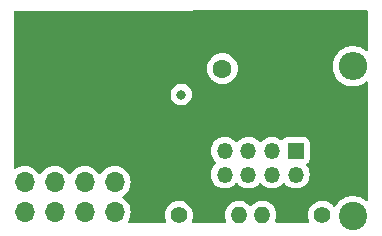
<source format=gbr>
%TF.GenerationSoftware,KiCad,Pcbnew,7.0.7*%
%TF.CreationDate,2023-10-14T22:56:05-05:00*%
%TF.ProjectId,USB-CV1,5553422d-4356-4312-9e6b-696361645f70,rev?*%
%TF.SameCoordinates,Original*%
%TF.FileFunction,Copper,L3,Inr*%
%TF.FilePolarity,Positive*%
%FSLAX46Y46*%
G04 Gerber Fmt 4.6, Leading zero omitted, Abs format (unit mm)*
G04 Created by KiCad (PCBNEW 7.0.7) date 2023-10-14 22:56:05*
%MOMM*%
%LPD*%
G01*
G04 APERTURE LIST*
%TA.AperFunction,ComponentPad*%
%ADD10R,1.700000X1.700000*%
%TD*%
%TA.AperFunction,ComponentPad*%
%ADD11O,1.700000X1.700000*%
%TD*%
%TA.AperFunction,ComponentPad*%
%ADD12C,1.400000*%
%TD*%
%TA.AperFunction,ComponentPad*%
%ADD13O,1.400000X1.400000*%
%TD*%
%TA.AperFunction,ComponentPad*%
%ADD14R,1.350000X1.350000*%
%TD*%
%TA.AperFunction,ComponentPad*%
%ADD15O,1.350000X1.350000*%
%TD*%
%TA.AperFunction,ComponentPad*%
%ADD16R,1.600000X1.600000*%
%TD*%
%TA.AperFunction,ComponentPad*%
%ADD17C,1.600000*%
%TD*%
%TA.AperFunction,ComponentPad*%
%ADD18C,2.400000*%
%TD*%
%TA.AperFunction,ComponentPad*%
%ADD19O,2.400000X2.400000*%
%TD*%
%TA.AperFunction,ViaPad*%
%ADD20C,0.800000*%
%TD*%
G04 APERTURE END LIST*
D10*
%TO.N,/VBUS*%
%TO.C,J2*%
X122070000Y-85510000D03*
D11*
X122070000Y-88050000D03*
%TO.N,/D2- OUT*%
X119530000Y-85510000D03*
%TO.N,/D3- OUT*%
X119530000Y-88050000D03*
%TO.N,/D2+ OUT*%
X116990000Y-85510000D03*
%TO.N,/D3+ OUT*%
X116990000Y-88050000D03*
%TO.N,GND*%
X114450000Y-85510000D03*
X114450000Y-88050000D03*
%TO.N,unconnected-(J2-Pin_9-Pad9)*%
X111910000Y-85510000D03*
%TO.N,unconnected-(J2-Pin_10-Pad10)*%
X111910000Y-88050000D03*
%TD*%
D12*
%TO.N,/OC3*%
%TO.C,R2*%
X124960000Y-88320000D03*
D13*
%TO.N,+5V*%
X130040000Y-88320000D03*
%TD*%
D14*
%TO.N,+5V*%
%TO.C,J1*%
X134850000Y-82880000D03*
D15*
%TO.N,GND*%
X134850000Y-84880000D03*
%TO.N,/D2- IN*%
X132850000Y-82880000D03*
%TO.N,/D2+ IN*%
X132850000Y-84880000D03*
%TO.N,/D3- IN*%
X130850000Y-82880000D03*
%TO.N,/D3+ IN*%
X130850000Y-84880000D03*
%TO.N,/OC2*%
X128850000Y-82880000D03*
%TO.N,/OC3*%
X128850000Y-84880000D03*
%TD*%
D16*
%TO.N,/VBUS*%
%TO.C,C1*%
X133642651Y-75920000D03*
D17*
%TO.N,GND*%
X128642651Y-75920000D03*
%TD*%
D12*
%TO.N,+5V*%
%TO.C,R1*%
X137090000Y-88300000D03*
D13*
%TO.N,/OC2*%
X132010000Y-88300000D03*
%TD*%
D18*
%TO.N,+5V*%
%TO.C,FB1*%
X139690000Y-88410000D03*
D19*
%TO.N,Net-(F1-Pad2)*%
X139690000Y-75710000D03*
%TD*%
D20*
%TO.N,GND*%
X125160000Y-78110000D03*
%TD*%
%TA.AperFunction,Conductor*%
%TO.N,/VBUS*%
G36*
X140952796Y-71009742D02*
G01*
X140998604Y-71062500D01*
X141009861Y-71114262D01*
X141006282Y-74327506D01*
X140986523Y-74394524D01*
X140933668Y-74440220D01*
X140864498Y-74450086D01*
X140800975Y-74420990D01*
X140797982Y-74418304D01*
X140753217Y-74376768D01*
X140542634Y-74233195D01*
X140542630Y-74233193D01*
X140542627Y-74233191D01*
X140542626Y-74233190D01*
X140313006Y-74122612D01*
X140313008Y-74122612D01*
X140069466Y-74047489D01*
X140069462Y-74047488D01*
X140069458Y-74047487D01*
X139948231Y-74029214D01*
X139817440Y-74009500D01*
X139817435Y-74009500D01*
X139562565Y-74009500D01*
X139562559Y-74009500D01*
X139405609Y-74033157D01*
X139310542Y-74047487D01*
X139310538Y-74047488D01*
X139310539Y-74047488D01*
X139310533Y-74047489D01*
X139066992Y-74122612D01*
X138837373Y-74233190D01*
X138837372Y-74233191D01*
X138626782Y-74376768D01*
X138439952Y-74550121D01*
X138439950Y-74550123D01*
X138281041Y-74749388D01*
X138153608Y-74970109D01*
X138060492Y-75207362D01*
X138060490Y-75207369D01*
X138003777Y-75455845D01*
X137984732Y-75709995D01*
X137984732Y-75710004D01*
X138003777Y-75964154D01*
X138045441Y-76146697D01*
X138060492Y-76212637D01*
X138153607Y-76449888D01*
X138281041Y-76670612D01*
X138439950Y-76869877D01*
X138626783Y-77043232D01*
X138837366Y-77186805D01*
X138837371Y-77186807D01*
X138837372Y-77186808D01*
X138837373Y-77186809D01*
X138959328Y-77245538D01*
X139066992Y-77297387D01*
X139066993Y-77297387D01*
X139066996Y-77297389D01*
X139310542Y-77372513D01*
X139562565Y-77410500D01*
X139817435Y-77410500D01*
X140069458Y-77372513D01*
X140313004Y-77297389D01*
X140542634Y-77186805D01*
X140753217Y-77043232D01*
X140794860Y-77004592D01*
X140857388Y-76973425D01*
X140926845Y-76981011D01*
X140981174Y-77024944D01*
X141003127Y-77091275D01*
X141003199Y-77095630D01*
X140992154Y-87014396D01*
X140972395Y-87081414D01*
X140919540Y-87127110D01*
X140850370Y-87136976D01*
X140786847Y-87107880D01*
X140783813Y-87105157D01*
X140777716Y-87099500D01*
X140753217Y-87076768D01*
X140542634Y-86933195D01*
X140542630Y-86933193D01*
X140542627Y-86933191D01*
X140542626Y-86933190D01*
X140313006Y-86822612D01*
X140313008Y-86822612D01*
X140069466Y-86747489D01*
X140069462Y-86747488D01*
X140069458Y-86747487D01*
X139948231Y-86729214D01*
X139817440Y-86709500D01*
X139817435Y-86709500D01*
X139562565Y-86709500D01*
X139562559Y-86709500D01*
X139406642Y-86733002D01*
X139310542Y-86747487D01*
X139310538Y-86747488D01*
X139310539Y-86747488D01*
X139310533Y-86747489D01*
X139066992Y-86822612D01*
X138837373Y-86933190D01*
X138837372Y-86933191D01*
X138626782Y-87076768D01*
X138439952Y-87250121D01*
X138439950Y-87250123D01*
X138281043Y-87449385D01*
X138232042Y-87534257D01*
X138181474Y-87582472D01*
X138112867Y-87595694D01*
X138048003Y-87569726D01*
X138025701Y-87546983D01*
X137980979Y-87487761D01*
X137816562Y-87337876D01*
X137816560Y-87337874D01*
X137627404Y-87220754D01*
X137627398Y-87220752D01*
X137419940Y-87140382D01*
X137201243Y-87099500D01*
X136978757Y-87099500D01*
X136760060Y-87140382D01*
X136661424Y-87178594D01*
X136552601Y-87220752D01*
X136552595Y-87220754D01*
X136363439Y-87337874D01*
X136363437Y-87337876D01*
X136199020Y-87487761D01*
X136064943Y-87665308D01*
X136064938Y-87665316D01*
X135965775Y-87864461D01*
X135965769Y-87864476D01*
X135904885Y-88078462D01*
X135904884Y-88078464D01*
X135884357Y-88299999D01*
X135884357Y-88300000D01*
X135904884Y-88521535D01*
X135904885Y-88521537D01*
X135965769Y-88735523D01*
X135965775Y-88735538D01*
X135985844Y-88775841D01*
X135998105Y-88844627D01*
X135971232Y-88909122D01*
X135913756Y-88948849D01*
X135874968Y-88955113D01*
X133223960Y-88957762D01*
X133156901Y-88938144D01*
X133111093Y-88885386D01*
X133101081Y-88816238D01*
X133112837Y-88778489D01*
X133134222Y-88735542D01*
X133134224Y-88735538D01*
X133134229Y-88735528D01*
X133195115Y-88521536D01*
X133215643Y-88300000D01*
X133195115Y-88078464D01*
X133134229Y-87864472D01*
X133109389Y-87814586D01*
X133035061Y-87665316D01*
X133035056Y-87665308D01*
X132900979Y-87487761D01*
X132736562Y-87337876D01*
X132736560Y-87337874D01*
X132547404Y-87220754D01*
X132547398Y-87220752D01*
X132339940Y-87140382D01*
X132121243Y-87099500D01*
X131898757Y-87099500D01*
X131680060Y-87140382D01*
X131581424Y-87178594D01*
X131472601Y-87220752D01*
X131472595Y-87220754D01*
X131283439Y-87337874D01*
X131283437Y-87337876D01*
X131119019Y-87487762D01*
X131119018Y-87487764D01*
X131115369Y-87492596D01*
X131059257Y-87534227D01*
X130989544Y-87538913D01*
X130932883Y-87509498D01*
X130914342Y-87492596D01*
X130766562Y-87357876D01*
X130766560Y-87357874D01*
X130577404Y-87240754D01*
X130577398Y-87240752D01*
X130369940Y-87160382D01*
X130151243Y-87119500D01*
X129928757Y-87119500D01*
X129710060Y-87160382D01*
X129663042Y-87178597D01*
X129502601Y-87240752D01*
X129502595Y-87240754D01*
X129313439Y-87357874D01*
X129313437Y-87357876D01*
X129149020Y-87507761D01*
X129014943Y-87685308D01*
X129014938Y-87685316D01*
X128915775Y-87884461D01*
X128915769Y-87884476D01*
X128854885Y-88098462D01*
X128854884Y-88098464D01*
X128834357Y-88319999D01*
X128834357Y-88320000D01*
X128854884Y-88541535D01*
X128854885Y-88541537D01*
X128915769Y-88755523D01*
X128915777Y-88755543D01*
X128929397Y-88782895D01*
X128941658Y-88851680D01*
X128914785Y-88916175D01*
X128857309Y-88955902D01*
X128818521Y-88962166D01*
X126180413Y-88964803D01*
X126113354Y-88945185D01*
X126067546Y-88892427D01*
X126057534Y-88823279D01*
X126069290Y-88785529D01*
X126070602Y-88782895D01*
X126084229Y-88755528D01*
X126145115Y-88541536D01*
X126165643Y-88320000D01*
X126145115Y-88098464D01*
X126084229Y-87884472D01*
X126084224Y-87884461D01*
X125985061Y-87685316D01*
X125985056Y-87685308D01*
X125850979Y-87507761D01*
X125686562Y-87357876D01*
X125686560Y-87357874D01*
X125497404Y-87240754D01*
X125497398Y-87240752D01*
X125289940Y-87160382D01*
X125071243Y-87119500D01*
X124848757Y-87119500D01*
X124630060Y-87160382D01*
X124583042Y-87178597D01*
X124422601Y-87240752D01*
X124422595Y-87240754D01*
X124233439Y-87357874D01*
X124233437Y-87357876D01*
X124069020Y-87507761D01*
X123934943Y-87685308D01*
X123934938Y-87685316D01*
X123835775Y-87884461D01*
X123835769Y-87884476D01*
X123774885Y-88098462D01*
X123774884Y-88098464D01*
X123754357Y-88319999D01*
X123754357Y-88320000D01*
X123774884Y-88541535D01*
X123774885Y-88541537D01*
X123835769Y-88755523D01*
X123835777Y-88755543D01*
X123851925Y-88787972D01*
X123864186Y-88856757D01*
X123837313Y-88921252D01*
X123779837Y-88960979D01*
X123741049Y-88967243D01*
X120772644Y-88970209D01*
X120705585Y-88950591D01*
X120659777Y-88897833D01*
X120649765Y-88828685D01*
X120670944Y-88775088D01*
X120704035Y-88727830D01*
X120803903Y-88513663D01*
X120865063Y-88285408D01*
X120885659Y-88050000D01*
X120865063Y-87814592D01*
X120803903Y-87586337D01*
X120704035Y-87372171D01*
X120698425Y-87364158D01*
X120568494Y-87178597D01*
X120401402Y-87011506D01*
X120401396Y-87011501D01*
X120215842Y-86881575D01*
X120172217Y-86826998D01*
X120165023Y-86757500D01*
X120196546Y-86695145D01*
X120215842Y-86678425D01*
X120238026Y-86662891D01*
X120401401Y-86548495D01*
X120568495Y-86381401D01*
X120704035Y-86187830D01*
X120803903Y-85973663D01*
X120865063Y-85745408D01*
X120885659Y-85510000D01*
X120865063Y-85274592D01*
X120803903Y-85046337D01*
X120726338Y-84880000D01*
X127669464Y-84880000D01*
X127689564Y-85096918D01*
X127689564Y-85096920D01*
X127689565Y-85096923D01*
X127749183Y-85306459D01*
X127846288Y-85501472D01*
X127977573Y-85675322D01*
X128138568Y-85822088D01*
X128138575Y-85822092D01*
X128138576Y-85822093D01*
X128323786Y-85936770D01*
X128323792Y-85936773D01*
X128346664Y-85945633D01*
X128526931Y-86015470D01*
X128741074Y-86055500D01*
X128741076Y-86055500D01*
X128958924Y-86055500D01*
X128958926Y-86055500D01*
X129173069Y-86015470D01*
X129376210Y-85936772D01*
X129561432Y-85822088D01*
X129722427Y-85675322D01*
X129751047Y-85637422D01*
X129807153Y-85595787D01*
X129876865Y-85591094D01*
X129938048Y-85624836D01*
X129948946Y-85637414D01*
X129977573Y-85675322D01*
X130138568Y-85822088D01*
X130138575Y-85822092D01*
X130138576Y-85822093D01*
X130323786Y-85936770D01*
X130323792Y-85936773D01*
X130346664Y-85945633D01*
X130526931Y-86015470D01*
X130741074Y-86055500D01*
X130741076Y-86055500D01*
X130958924Y-86055500D01*
X130958926Y-86055500D01*
X131173069Y-86015470D01*
X131376210Y-85936772D01*
X131561432Y-85822088D01*
X131722427Y-85675322D01*
X131751047Y-85637422D01*
X131807153Y-85595787D01*
X131876865Y-85591094D01*
X131938048Y-85624836D01*
X131948946Y-85637414D01*
X131977573Y-85675322D01*
X132138568Y-85822088D01*
X132138575Y-85822092D01*
X132138576Y-85822093D01*
X132323786Y-85936770D01*
X132323792Y-85936773D01*
X132346664Y-85945633D01*
X132526931Y-86015470D01*
X132741074Y-86055500D01*
X132741076Y-86055500D01*
X132958924Y-86055500D01*
X132958926Y-86055500D01*
X133173069Y-86015470D01*
X133376210Y-85936772D01*
X133561432Y-85822088D01*
X133722427Y-85675322D01*
X133751047Y-85637422D01*
X133807153Y-85595787D01*
X133876865Y-85591094D01*
X133938048Y-85624836D01*
X133948946Y-85637414D01*
X133977573Y-85675322D01*
X134138568Y-85822088D01*
X134138575Y-85822092D01*
X134138576Y-85822093D01*
X134323786Y-85936770D01*
X134323792Y-85936773D01*
X134346664Y-85945633D01*
X134526931Y-86015470D01*
X134741074Y-86055500D01*
X134741076Y-86055500D01*
X134958924Y-86055500D01*
X134958926Y-86055500D01*
X135173069Y-86015470D01*
X135376210Y-85936772D01*
X135561432Y-85822088D01*
X135722427Y-85675322D01*
X135853712Y-85501472D01*
X135950817Y-85306459D01*
X136010435Y-85096923D01*
X136030536Y-84880000D01*
X136027149Y-84843454D01*
X136010435Y-84663081D01*
X136010435Y-84663077D01*
X135950817Y-84453541D01*
X135853712Y-84258528D01*
X135772251Y-84150656D01*
X135747560Y-84085297D01*
X135762125Y-84016962D01*
X135796895Y-83976665D01*
X135848661Y-83937912D01*
X135882546Y-83912546D01*
X135968796Y-83797331D01*
X136019091Y-83662483D01*
X136025500Y-83602873D01*
X136025499Y-82157128D01*
X136019091Y-82097517D01*
X136014302Y-82084678D01*
X135968797Y-81962671D01*
X135968793Y-81962664D01*
X135882547Y-81847455D01*
X135882544Y-81847452D01*
X135767335Y-81761206D01*
X135767328Y-81761202D01*
X135632482Y-81710908D01*
X135632483Y-81710908D01*
X135572883Y-81704501D01*
X135572881Y-81704500D01*
X135572873Y-81704500D01*
X135572864Y-81704500D01*
X134127129Y-81704500D01*
X134127123Y-81704501D01*
X134067516Y-81710908D01*
X133932671Y-81761202D01*
X133932664Y-81761206D01*
X133817455Y-81847452D01*
X133755214Y-81930594D01*
X133699279Y-81972465D01*
X133629588Y-81977448D01*
X133572411Y-81947920D01*
X133561434Y-81937913D01*
X133561429Y-81937910D01*
X133376213Y-81823229D01*
X133376207Y-81823226D01*
X133291112Y-81790260D01*
X133173069Y-81744530D01*
X132958926Y-81704500D01*
X132741074Y-81704500D01*
X132526931Y-81744530D01*
X132483896Y-81761202D01*
X132323792Y-81823226D01*
X132323786Y-81823229D01*
X132138576Y-81937906D01*
X132138566Y-81937913D01*
X131977573Y-82084676D01*
X131948953Y-82122576D01*
X131892844Y-82164211D01*
X131823132Y-82168902D01*
X131761950Y-82135159D01*
X131751047Y-82122576D01*
X131722426Y-82084676D01*
X131561433Y-81937913D01*
X131561423Y-81937906D01*
X131376213Y-81823229D01*
X131376207Y-81823226D01*
X131291112Y-81790260D01*
X131173069Y-81744530D01*
X130958926Y-81704500D01*
X130741074Y-81704500D01*
X130526931Y-81744530D01*
X130483896Y-81761202D01*
X130323792Y-81823226D01*
X130323786Y-81823229D01*
X130138576Y-81937906D01*
X130138566Y-81937913D01*
X129977573Y-82084676D01*
X129948953Y-82122576D01*
X129892844Y-82164211D01*
X129823132Y-82168902D01*
X129761950Y-82135159D01*
X129751047Y-82122576D01*
X129722426Y-82084676D01*
X129561433Y-81937913D01*
X129561423Y-81937906D01*
X129376213Y-81823229D01*
X129376207Y-81823226D01*
X129291112Y-81790260D01*
X129173069Y-81744530D01*
X128958926Y-81704500D01*
X128741074Y-81704500D01*
X128526931Y-81744530D01*
X128483896Y-81761202D01*
X128323792Y-81823226D01*
X128323786Y-81823229D01*
X128138576Y-81937906D01*
X128138566Y-81937913D01*
X127977574Y-82084676D01*
X127846288Y-82258527D01*
X127749184Y-82453537D01*
X127689564Y-82663081D01*
X127669464Y-82879999D01*
X127669464Y-82880000D01*
X127689564Y-83096918D01*
X127749184Y-83306462D01*
X127846288Y-83501472D01*
X127977574Y-83675324D01*
X128101572Y-83788363D01*
X128137854Y-83848074D01*
X128136093Y-83917922D01*
X128101572Y-83971637D01*
X127977574Y-84084675D01*
X127846288Y-84258527D01*
X127749184Y-84453537D01*
X127719374Y-84558309D01*
X127696531Y-84638596D01*
X127689564Y-84663081D01*
X127669464Y-84879999D01*
X127669464Y-84880000D01*
X120726338Y-84880000D01*
X120704035Y-84832171D01*
X120698425Y-84824158D01*
X120568494Y-84638597D01*
X120401402Y-84471506D01*
X120401395Y-84471501D01*
X120207834Y-84335967D01*
X120207830Y-84335965D01*
X120183814Y-84324766D01*
X119993663Y-84236097D01*
X119993659Y-84236096D01*
X119993655Y-84236094D01*
X119765413Y-84174938D01*
X119765403Y-84174936D01*
X119530001Y-84154341D01*
X119529999Y-84154341D01*
X119294596Y-84174936D01*
X119294586Y-84174938D01*
X119066344Y-84236094D01*
X119066335Y-84236098D01*
X118852171Y-84335964D01*
X118852169Y-84335965D01*
X118658597Y-84471505D01*
X118491508Y-84638594D01*
X118361574Y-84824160D01*
X118306997Y-84867784D01*
X118237498Y-84874977D01*
X118175144Y-84843455D01*
X118158429Y-84824164D01*
X118028495Y-84638599D01*
X118028493Y-84638596D01*
X117861402Y-84471506D01*
X117861395Y-84471501D01*
X117667834Y-84335967D01*
X117667830Y-84335965D01*
X117643814Y-84324766D01*
X117453663Y-84236097D01*
X117453659Y-84236096D01*
X117453655Y-84236094D01*
X117225413Y-84174938D01*
X117225403Y-84174936D01*
X116990001Y-84154341D01*
X116989999Y-84154341D01*
X116754596Y-84174936D01*
X116754586Y-84174938D01*
X116526344Y-84236094D01*
X116526335Y-84236098D01*
X116312171Y-84335964D01*
X116312169Y-84335965D01*
X116118597Y-84471505D01*
X115951505Y-84638597D01*
X115821575Y-84824158D01*
X115766998Y-84867783D01*
X115697500Y-84874977D01*
X115635145Y-84843454D01*
X115618425Y-84824158D01*
X115488494Y-84638597D01*
X115321402Y-84471506D01*
X115321395Y-84471501D01*
X115127834Y-84335967D01*
X115127830Y-84335965D01*
X115103814Y-84324766D01*
X114913663Y-84236097D01*
X114913659Y-84236096D01*
X114913655Y-84236094D01*
X114685413Y-84174938D01*
X114685403Y-84174936D01*
X114450001Y-84154341D01*
X114449999Y-84154341D01*
X114214596Y-84174936D01*
X114214586Y-84174938D01*
X113986344Y-84236094D01*
X113986335Y-84236098D01*
X113772171Y-84335964D01*
X113772169Y-84335965D01*
X113578597Y-84471505D01*
X113411505Y-84638597D01*
X113281575Y-84824158D01*
X113226998Y-84867783D01*
X113157500Y-84874977D01*
X113095145Y-84843454D01*
X113078425Y-84824158D01*
X112948494Y-84638597D01*
X112781402Y-84471506D01*
X112781395Y-84471501D01*
X112587834Y-84335967D01*
X112587830Y-84335965D01*
X112563814Y-84324766D01*
X112373663Y-84236097D01*
X112373659Y-84236096D01*
X112373655Y-84236094D01*
X112145413Y-84174938D01*
X112145403Y-84174936D01*
X111910001Y-84154341D01*
X111909999Y-84154341D01*
X111674596Y-84174936D01*
X111674586Y-84174938D01*
X111446344Y-84236094D01*
X111446335Y-84236098D01*
X111232171Y-84335964D01*
X111182991Y-84370400D01*
X111116784Y-84392727D01*
X111049017Y-84375715D01*
X111001205Y-84324766D01*
X110987869Y-84268620D01*
X110998156Y-78110000D01*
X124254540Y-78110000D01*
X124274326Y-78298256D01*
X124274327Y-78298259D01*
X124332818Y-78478277D01*
X124332821Y-78478284D01*
X124427467Y-78642216D01*
X124554128Y-78782888D01*
X124554129Y-78782888D01*
X124707265Y-78894148D01*
X124707270Y-78894151D01*
X124880192Y-78971142D01*
X124880197Y-78971144D01*
X125065354Y-79010500D01*
X125065355Y-79010500D01*
X125254644Y-79010500D01*
X125254646Y-79010500D01*
X125439803Y-78971144D01*
X125612730Y-78894151D01*
X125765871Y-78782888D01*
X125892533Y-78642216D01*
X125987179Y-78478284D01*
X126045674Y-78298256D01*
X126065460Y-78110000D01*
X126045674Y-77921744D01*
X125987179Y-77741716D01*
X125892533Y-77577784D01*
X125765871Y-77437112D01*
X125729243Y-77410500D01*
X125612734Y-77325851D01*
X125612729Y-77325848D01*
X125439807Y-77248857D01*
X125439802Y-77248855D01*
X125294001Y-77217865D01*
X125254646Y-77209500D01*
X125065354Y-77209500D01*
X125032897Y-77216398D01*
X124880197Y-77248855D01*
X124880192Y-77248857D01*
X124707270Y-77325848D01*
X124707265Y-77325851D01*
X124554129Y-77437111D01*
X124427466Y-77577785D01*
X124332821Y-77741715D01*
X124332818Y-77741722D01*
X124274327Y-77921740D01*
X124274326Y-77921744D01*
X124254540Y-78110000D01*
X110998156Y-78110000D01*
X111001814Y-75920001D01*
X127337183Y-75920001D01*
X127357015Y-76146686D01*
X127357017Y-76146697D01*
X127415909Y-76366488D01*
X127415912Y-76366497D01*
X127512082Y-76572732D01*
X127512083Y-76572734D01*
X127642605Y-76759141D01*
X127803509Y-76920045D01*
X127803512Y-76920047D01*
X127989917Y-77050568D01*
X128196155Y-77146739D01*
X128415959Y-77205635D01*
X128577881Y-77219801D01*
X128642649Y-77225468D01*
X128642651Y-77225468D01*
X128642653Y-77225468D01*
X128699324Y-77220509D01*
X128869343Y-77205635D01*
X129089147Y-77146739D01*
X129295385Y-77050568D01*
X129481790Y-76920047D01*
X129642698Y-76759139D01*
X129773219Y-76572734D01*
X129869390Y-76366496D01*
X129928286Y-76146692D01*
X129948119Y-75920000D01*
X129928286Y-75693308D01*
X129869390Y-75473504D01*
X129773219Y-75267266D01*
X129642698Y-75080861D01*
X129642696Y-75080858D01*
X129481792Y-74919954D01*
X129295385Y-74789432D01*
X129295383Y-74789431D01*
X129089148Y-74693261D01*
X129089139Y-74693258D01*
X128869348Y-74634366D01*
X128869344Y-74634365D01*
X128869343Y-74634365D01*
X128869342Y-74634364D01*
X128869337Y-74634364D01*
X128642653Y-74614532D01*
X128642649Y-74614532D01*
X128415964Y-74634364D01*
X128415953Y-74634366D01*
X128196162Y-74693258D01*
X128196153Y-74693261D01*
X127989918Y-74789431D01*
X127989916Y-74789432D01*
X127803509Y-74919954D01*
X127642605Y-75080858D01*
X127512083Y-75267265D01*
X127512082Y-75267267D01*
X127415912Y-75473502D01*
X127415909Y-75473511D01*
X127357017Y-75693302D01*
X127357015Y-75693313D01*
X127337183Y-75919998D01*
X127337183Y-75920001D01*
X111001814Y-75920001D01*
X111009793Y-71143667D01*
X111029590Y-71076662D01*
X111082470Y-71030996D01*
X111133667Y-71019876D01*
X140885737Y-70990124D01*
X140952796Y-71009742D01*
G37*
%TD.AperFunction*%
%TD*%
M02*

</source>
